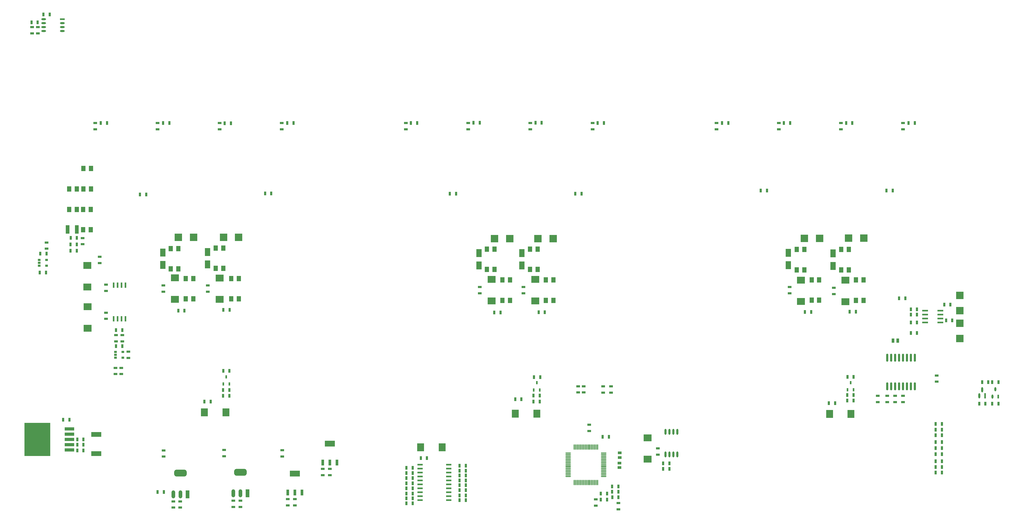
<source format=gbr>
%TF.GenerationSoftware,Altium Limited,Altium Designer,26.1.1 (7)*%
G04 Layer_Color=128*
%FSLAX43Y43*%
%MOMM*%
%TF.SameCoordinates,F910D8A4-5627-44EB-A571-6FFAAA827985*%
%TF.FilePolarity,Positive*%
%TF.FileFunction,Paste,Bot*%
%TF.Part,Single*%
G01*
G75*
%TA.AperFunction,SMDPad,CuDef*%
%ADD12R,0.800X1.250*%
%ADD13R,1.250X0.800*%
%ADD56R,0.600X1.800*%
G04:AMPARAMS|DCode=57|XSize=2.2mm|YSize=4mm|CornerRadius=0.649mm|HoleSize=0mm|Usage=FLASHONLY|Rotation=90.000|XOffset=0mm|YOffset=0mm|HoleType=Round|Shape=RoundedRectangle|*
%AMROUNDEDRECTD57*
21,1,2.200,2.702,0,0,90.0*
21,1,0.902,4.000,0,0,90.0*
1,1,1.298,1.351,0.451*
1,1,1.298,1.351,-0.451*
1,1,1.298,-1.351,-0.451*
1,1,1.298,-1.351,0.451*
%
%ADD57ROUNDEDRECTD57*%
G04:AMPARAMS|DCode=58|XSize=2.6mm|YSize=1.2mm|CornerRadius=0.6mm|HoleSize=0mm|Usage=FLASHONLY|Rotation=90.000|XOffset=0mm|YOffset=0mm|HoleType=Round|Shape=RoundedRectangle|*
%AMROUNDEDRECTD58*
21,1,2.600,0.000,0,0,90.0*
21,1,1.400,1.200,0,0,90.0*
1,1,1.200,0.000,0.700*
1,1,1.200,0.000,-0.700*
1,1,1.200,0.000,-0.700*
1,1,1.200,0.000,0.700*
%
%ADD58ROUNDEDRECTD58*%
%ADD59R,1.200X2.600*%
%ADD60R,2.400X2.400*%
%ADD61O,0.650X1.900*%
%ADD62R,1.788X0.312*%
G04:AMPARAMS|DCode=63|XSize=1.788mm|YSize=0.312mm|CornerRadius=0.156mm|HoleSize=0mm|Usage=FLASHONLY|Rotation=180.000|XOffset=0mm|YOffset=0mm|HoleType=Round|Shape=RoundedRectangle|*
%AMROUNDEDRECTD63*
21,1,1.788,0.000,0,0,180.0*
21,1,1.476,0.312,0,0,180.0*
1,1,0.312,-0.738,0.000*
1,1,0.312,0.738,0.000*
1,1,0.312,0.738,0.000*
1,1,0.312,-0.738,0.000*
%
%ADD63ROUNDEDRECTD63*%
G04:AMPARAMS|DCode=64|XSize=0.312mm|YSize=1.788mm|CornerRadius=0.156mm|HoleSize=0mm|Usage=FLASHONLY|Rotation=180.000|XOffset=0mm|YOffset=0mm|HoleType=Round|Shape=RoundedRectangle|*
%AMROUNDEDRECTD64*
21,1,0.312,1.476,0,0,180.0*
21,1,0.000,1.788,0,0,180.0*
1,1,0.312,0.000,0.738*
1,1,0.312,0.000,0.738*
1,1,0.312,0.000,-0.738*
1,1,0.312,0.000,-0.738*
%
%ADD64ROUNDEDRECTD64*%
%ADD65R,1.262X0.958*%
%ADD66R,2.500X2.200*%
G04:AMPARAMS|DCode=67|XSize=0.55mm|YSize=1.7mm|CornerRadius=0.05mm|HoleSize=0mm|Usage=FLASHONLY|Rotation=90.000|XOffset=0mm|YOffset=0mm|HoleType=Round|Shape=RoundedRectangle|*
%AMROUNDEDRECTD67*
21,1,0.550,1.601,0,0,90.0*
21,1,0.451,1.700,0,0,90.0*
1,1,0.099,0.800,0.226*
1,1,0.099,0.800,-0.226*
1,1,0.099,-0.800,-0.226*
1,1,0.099,-0.800,0.226*
%
%ADD67ROUNDEDRECTD67*%
%ADD68R,2.200X2.500*%
%ADD69R,0.616X1.308*%
G04:AMPARAMS|DCode=70|XSize=1.308mm|YSize=0.616mm|CornerRadius=0.308mm|HoleSize=0mm|Usage=FLASHONLY|Rotation=90.000|XOffset=0mm|YOffset=0mm|HoleType=Round|Shape=RoundedRectangle|*
%AMROUNDEDRECTD70*
21,1,1.308,0.000,0,0,90.0*
21,1,0.692,0.616,0,0,90.0*
1,1,0.616,0.000,0.346*
1,1,0.616,0.000,-0.346*
1,1,0.616,0.000,-0.346*
1,1,0.616,0.000,0.346*
%
%ADD70ROUNDEDRECTD70*%
G04:AMPARAMS|DCode=71|XSize=1.655mm|YSize=0.602mm|CornerRadius=0.301mm|HoleSize=0mm|Usage=FLASHONLY|Rotation=90.000|XOffset=0mm|YOffset=0mm|HoleType=Round|Shape=RoundedRectangle|*
%AMROUNDEDRECTD71*
21,1,1.655,0.000,0,0,90.0*
21,1,1.053,0.602,0,0,90.0*
1,1,0.602,0.000,0.526*
1,1,0.602,0.000,-0.526*
1,1,0.602,0.000,-0.526*
1,1,0.602,0.000,0.526*
%
%ADD71ROUNDEDRECTD71*%
%ADD72R,0.602X1.655*%
%ADD73R,0.900X0.650*%
%ADD74R,1.205X2.706*%
%ADD75R,3.050X1.016*%
%ADD76R,8.380X10.660*%
%ADD77R,3.200X1.520*%
%ADD78R,0.600X1.050*%
%ADD79R,1.700X2.500*%
%ADD80R,1.450X1.800*%
%ADD81O,1.500X0.600*%
%ADD82R,1.500X0.600*%
%ADD83R,0.950X1.900*%
%ADD84R,3.250X1.900*%
%ADD85R,0.950X1.350*%
%ADD86O,0.700X2.600*%
%ADD87R,2.400X2.400*%
%ADD88R,1.980X0.530*%
D12*
X286452Y127004D02*
D03*
X288452D02*
D03*
X246320D02*
D03*
X248320D02*
D03*
X226406D02*
D03*
X228406D02*
D03*
X186376Y127010D02*
D03*
X188376D02*
D03*
X166361Y127061D02*
D03*
X168361D02*
D03*
X146422D02*
D03*
X148422D02*
D03*
X126279Y127036D02*
D03*
X128279D02*
D03*
X86439Y127004D02*
D03*
X88439D02*
D03*
X187386Y5700D02*
D03*
X189386D02*
D03*
X189385Y7600D02*
D03*
X187385D02*
D03*
X46700Y8105D02*
D03*
X44700D02*
D03*
X209475Y15574D02*
D03*
X207475D02*
D03*
X189977Y25942D02*
D03*
X187977D02*
D03*
X124820Y4522D02*
D03*
X126820D02*
D03*
Y6077D02*
D03*
X124820D02*
D03*
X126820Y7622D02*
D03*
X124820D02*
D03*
X141896Y11827D02*
D03*
X143896D02*
D03*
X141896Y10317D02*
D03*
X143896D02*
D03*
X141896Y13457D02*
D03*
X143896D02*
D03*
X126820Y10932D02*
D03*
X124820D02*
D03*
X126820Y9292D02*
D03*
X124820D02*
D03*
X141896Y16602D02*
D03*
X143896D02*
D03*
X141896Y15002D02*
D03*
X143896D02*
D03*
X126820Y12577D02*
D03*
X124820D02*
D03*
X126820Y15886D02*
D03*
X124820D02*
D03*
X126820Y14267D02*
D03*
X124820D02*
D03*
X129421Y19077D02*
D03*
X131421D02*
D03*
X141896Y7057D02*
D03*
X143896D02*
D03*
X141896Y5512D02*
D03*
X143896D02*
D03*
X141896Y8727D02*
D03*
X143896D02*
D03*
X309174Y36600D02*
D03*
X311174D02*
D03*
X20848Y25040D02*
D03*
X18848D02*
D03*
Y21476D02*
D03*
X20848D02*
D03*
X20848Y23338D02*
D03*
X18848D02*
D03*
X16327Y31440D02*
D03*
X14327D02*
D03*
X16700Y85825D02*
D03*
X18700D02*
D03*
X16723Y87913D02*
D03*
X18723D02*
D03*
X16725Y89975D02*
D03*
X18725D02*
D03*
X39075Y103998D02*
D03*
X41075D02*
D03*
X53366Y66531D02*
D03*
X51366D02*
D03*
X61796Y37253D02*
D03*
X59796D02*
D03*
X67876Y66811D02*
D03*
X65876D02*
D03*
X81299Y104276D02*
D03*
X79299D02*
D03*
X67784Y41004D02*
D03*
X65784D02*
D03*
X65834Y47150D02*
D03*
X67834D02*
D03*
X65784Y39083D02*
D03*
X67784D02*
D03*
X269457Y66204D02*
D03*
X267457D02*
D03*
X262812Y36734D02*
D03*
X260812D02*
D03*
X253087Y66164D02*
D03*
X255087D02*
D03*
X238852Y105268D02*
D03*
X240852D02*
D03*
X266724Y39333D02*
D03*
X268724D02*
D03*
X281340Y105243D02*
D03*
X279340D02*
D03*
X268724Y37631D02*
D03*
X266724D02*
D03*
X268759Y45175D02*
D03*
X266759D02*
D03*
X8002Y161979D02*
D03*
X10002D02*
D03*
X8798Y78817D02*
D03*
X6798D02*
D03*
X6976Y84922D02*
D03*
X8976D02*
D03*
X193040Y8235D02*
D03*
X191040D02*
D03*
X191025Y9896D02*
D03*
X193025D02*
D03*
X191064Y6465D02*
D03*
X193064D02*
D03*
X68310Y126934D02*
D03*
X66310D02*
D03*
X48498Y127004D02*
D03*
X46498D02*
D03*
X28432Y127036D02*
D03*
X26432D02*
D03*
X4116Y159392D02*
D03*
X6116D02*
D03*
X268335Y127004D02*
D03*
X266335D02*
D03*
X312099Y43521D02*
D03*
X310099D02*
D03*
X159811Y38030D02*
D03*
X161811D02*
D03*
X167709Y39173D02*
D03*
X165709D02*
D03*
Y37268D02*
D03*
X167709D02*
D03*
X165862Y45142D02*
D03*
X167862D02*
D03*
X209475Y17350D02*
D03*
X207475D02*
D03*
X181179Y104257D02*
D03*
X179179D02*
D03*
X33365Y55148D02*
D03*
X31365D02*
D03*
X33365Y60305D02*
D03*
X31365D02*
D03*
X295150Y16193D02*
D03*
X297150D02*
D03*
X295150Y14425D02*
D03*
X297150D02*
D03*
Y24189D02*
D03*
X295150D02*
D03*
X295150Y22252D02*
D03*
X297150D02*
D03*
X295150Y20348D02*
D03*
X297150D02*
D03*
Y18025D02*
D03*
X295150D02*
D03*
X295161Y28224D02*
D03*
X297161D02*
D03*
X297161Y30054D02*
D03*
X295161D02*
D03*
X295161Y26425D02*
D03*
X297161D02*
D03*
X297916Y68507D02*
D03*
X299916D02*
D03*
X300516Y63437D02*
D03*
X298516D02*
D03*
X289176Y66982D02*
D03*
X287176D02*
D03*
X289176Y65252D02*
D03*
X287176D02*
D03*
Y62712D02*
D03*
X289176D02*
D03*
X287176Y59367D02*
D03*
X289176D02*
D03*
X285396Y70487D02*
D03*
X283396D02*
D03*
X138775Y104257D02*
D03*
X140775D02*
D03*
X169353Y66050D02*
D03*
X167353D02*
D03*
X155073Y65950D02*
D03*
X153073D02*
D03*
X313374Y43521D02*
D03*
X315374D02*
D03*
X313374Y36600D02*
D03*
X315374D02*
D03*
D13*
X185800Y3750D02*
D03*
Y5750D02*
D03*
X181871Y42193D02*
D03*
Y40193D02*
D03*
X180081D02*
D03*
Y42193D02*
D03*
X188161Y42127D02*
D03*
Y40127D02*
D03*
X190701D02*
D03*
Y42127D02*
D03*
X183684Y29787D02*
D03*
Y27787D02*
D03*
X28125Y74900D02*
D03*
Y72900D02*
D03*
X8975Y88512D02*
D03*
Y86512D02*
D03*
X100150Y13550D02*
D03*
Y15550D02*
D03*
X69060Y3333D02*
D03*
Y5333D02*
D03*
X26094Y83900D02*
D03*
Y81900D02*
D03*
X20550Y89950D02*
D03*
Y87950D02*
D03*
X66150Y19681D02*
D03*
Y21681D02*
D03*
X71350Y3333D02*
D03*
Y5333D02*
D03*
X28150Y63900D02*
D03*
Y65900D02*
D03*
X46599Y72645D02*
D03*
Y74645D02*
D03*
X60857D02*
D03*
Y72645D02*
D03*
X262418Y71894D02*
D03*
Y73894D02*
D03*
X248127Y74135D02*
D03*
Y72135D02*
D03*
X193040Y2550D02*
D03*
Y4550D02*
D03*
X144666Y125004D02*
D03*
Y127004D02*
D03*
X124638Y125004D02*
D03*
Y127004D02*
D03*
X244666Y125004D02*
D03*
Y127004D02*
D03*
X164666Y125004D02*
D03*
Y127004D02*
D03*
X184709Y125004D02*
D03*
Y127004D02*
D03*
X224663Y125004D02*
D03*
Y127004D02*
D03*
X284633Y125004D02*
D03*
Y127004D02*
D03*
X264666Y125004D02*
D03*
Y127004D02*
D03*
X24638Y125004D02*
D03*
Y127004D02*
D03*
X44666Y125004D02*
D03*
Y127004D02*
D03*
X84666Y125004D02*
D03*
Y127004D02*
D03*
X64666Y125004D02*
D03*
Y127004D02*
D03*
X4354Y157874D02*
D03*
Y155874D02*
D03*
X6183Y157874D02*
D03*
Y155874D02*
D03*
X205725Y20175D02*
D03*
Y22175D02*
D03*
X84800Y19575D02*
D03*
Y21575D02*
D03*
X32995Y46105D02*
D03*
Y48105D02*
D03*
X33375Y56675D02*
D03*
Y58675D02*
D03*
X31365Y56675D02*
D03*
Y58675D02*
D03*
X31185Y48105D02*
D03*
Y46105D02*
D03*
X35293Y53325D02*
D03*
Y51325D02*
D03*
X282095Y39078D02*
D03*
Y37078D02*
D03*
X276520D02*
D03*
Y39078D02*
D03*
X279555Y37078D02*
D03*
Y39078D02*
D03*
X284635D02*
D03*
Y37078D02*
D03*
X162503Y74141D02*
D03*
Y72141D02*
D03*
X148427Y72140D02*
D03*
Y74140D02*
D03*
X295483Y43648D02*
D03*
Y45648D02*
D03*
X86625Y5825D02*
D03*
Y3825D02*
D03*
X49771Y5100D02*
D03*
Y3100D02*
D03*
X88925Y5825D02*
D03*
Y3825D02*
D03*
X97850Y13550D02*
D03*
Y15550D02*
D03*
X46661Y21525D02*
D03*
Y19525D02*
D03*
X52011Y5100D02*
D03*
Y3100D02*
D03*
D56*
X30545Y74800D02*
D03*
X31815D02*
D03*
X33085D02*
D03*
X34355D02*
D03*
Y63900D02*
D03*
X33085D02*
D03*
X31815D02*
D03*
X30545D02*
D03*
D57*
X52060Y14195D02*
D03*
X71350Y14477D02*
D03*
D58*
X49770Y7405D02*
D03*
X52060D02*
D03*
X69060Y7687D02*
D03*
X71350D02*
D03*
D59*
X54350Y7405D02*
D03*
X73640Y7687D02*
D03*
D60*
X172034Y89771D02*
D03*
X167153D02*
D03*
X267167Y89904D02*
D03*
X272048D02*
D03*
X252927Y89864D02*
D03*
X257808D02*
D03*
X70797Y90131D02*
D03*
X65916D02*
D03*
X56317D02*
D03*
X51436D02*
D03*
X153193Y89761D02*
D03*
X158074D02*
D03*
D61*
X212030Y20225D02*
D03*
X210760D02*
D03*
X209490D02*
D03*
X208220D02*
D03*
X212030Y27525D02*
D03*
X210760D02*
D03*
X209490D02*
D03*
X208220D02*
D03*
D62*
X188292Y20631D02*
D03*
D63*
Y20131D02*
D03*
Y19631D02*
D03*
Y19131D02*
D03*
Y18631D02*
D03*
Y18131D02*
D03*
Y17631D02*
D03*
Y17131D02*
D03*
Y16631D02*
D03*
Y16131D02*
D03*
Y15631D02*
D03*
Y15131D02*
D03*
Y14631D02*
D03*
Y14131D02*
D03*
Y13631D02*
D03*
Y13131D02*
D03*
X176910D02*
D03*
Y13631D02*
D03*
Y14131D02*
D03*
Y14631D02*
D03*
Y15131D02*
D03*
Y15631D02*
D03*
Y16131D02*
D03*
Y16631D02*
D03*
Y17131D02*
D03*
Y17631D02*
D03*
Y18131D02*
D03*
Y18631D02*
D03*
Y19131D02*
D03*
Y19631D02*
D03*
Y20131D02*
D03*
Y20631D02*
D03*
D64*
X186351Y11190D02*
D03*
X185851D02*
D03*
X185351D02*
D03*
X184851D02*
D03*
X184351D02*
D03*
X183851D02*
D03*
X183351D02*
D03*
X182851D02*
D03*
X182351D02*
D03*
X181851D02*
D03*
X181351D02*
D03*
X180851D02*
D03*
X180351D02*
D03*
X179851D02*
D03*
X179351D02*
D03*
X178851D02*
D03*
Y22573D02*
D03*
X179351D02*
D03*
X179851D02*
D03*
X180351D02*
D03*
X180851D02*
D03*
X181351D02*
D03*
X181851D02*
D03*
X182351D02*
D03*
X182851D02*
D03*
X183351D02*
D03*
X183851D02*
D03*
X184351D02*
D03*
X184851D02*
D03*
X185351D02*
D03*
X185851D02*
D03*
X186351D02*
D03*
D65*
X193414Y16015D02*
D03*
Y17469D02*
D03*
X193447Y20702D02*
D03*
Y19248D02*
D03*
D66*
X22125Y74200D02*
D03*
Y81100D02*
D03*
X22225Y67788D02*
D03*
Y60888D02*
D03*
X64686Y70181D02*
D03*
Y77081D02*
D03*
X50321Y77095D02*
D03*
Y70195D02*
D03*
X251787Y76374D02*
D03*
Y69474D02*
D03*
X266088Y69444D02*
D03*
Y76344D02*
D03*
X202400Y18700D02*
D03*
Y25600D02*
D03*
X166273Y76591D02*
D03*
Y69691D02*
D03*
X152193Y76591D02*
D03*
Y69691D02*
D03*
D67*
X138471Y16942D02*
D03*
Y15672D02*
D03*
Y14402D02*
D03*
Y13132D02*
D03*
Y11862D02*
D03*
Y10592D02*
D03*
Y9322D02*
D03*
Y8052D02*
D03*
Y6782D02*
D03*
Y5512D02*
D03*
X129171Y16942D02*
D03*
Y15672D02*
D03*
Y14402D02*
D03*
Y13132D02*
D03*
Y11862D02*
D03*
Y10592D02*
D03*
Y9322D02*
D03*
Y8052D02*
D03*
Y6782D02*
D03*
Y5512D02*
D03*
D68*
X129400Y22500D02*
D03*
X136300D02*
D03*
X59796Y33818D02*
D03*
X66696D02*
D03*
X260989Y33233D02*
D03*
X267889D02*
D03*
X159875Y33350D02*
D03*
X166775D02*
D03*
D69*
X315324Y38850D02*
D03*
D70*
X313424D02*
D03*
X314374Y41200D02*
D03*
D71*
X310149Y41050D02*
D03*
X309199Y39100D02*
D03*
D72*
X311099D02*
D03*
D73*
X6598Y81000D02*
D03*
Y81950D02*
D03*
Y82900D02*
D03*
X8998D02*
D03*
Y81000D02*
D03*
X31165Y52325D02*
D03*
X33565Y51375D02*
D03*
Y53275D02*
D03*
X31165D02*
D03*
Y51375D02*
D03*
D74*
X15774Y92675D02*
D03*
X18676D02*
D03*
D75*
X16335Y21636D02*
D03*
Y23338D02*
D03*
Y25040D02*
D03*
Y26742D02*
D03*
Y28444D02*
D03*
D76*
X6030Y25040D02*
D03*
D77*
X25004Y20481D02*
D03*
Y26691D02*
D03*
D78*
X66834Y45214D02*
D03*
X65884Y42914D02*
D03*
X67784D02*
D03*
X268725Y41053D02*
D03*
X266825D02*
D03*
X267775Y43353D02*
D03*
X166760Y43320D02*
D03*
X165810Y41020D02*
D03*
X167710D02*
D03*
D79*
X46406Y85261D02*
D03*
Y81261D02*
D03*
X60816Y81445D02*
D03*
Y85445D02*
D03*
X247730Y81204D02*
D03*
Y85204D02*
D03*
X262107Y80965D02*
D03*
Y84965D02*
D03*
X161953Y81081D02*
D03*
Y85081D02*
D03*
X148143Y81081D02*
D03*
Y85081D02*
D03*
D80*
X63401Y80170D02*
D03*
Y86720D02*
D03*
X65851Y80170D02*
D03*
Y86720D02*
D03*
X51421Y86536D02*
D03*
Y79986D02*
D03*
X48971Y86536D02*
D03*
Y79986D02*
D03*
X53791Y70370D02*
D03*
Y76920D02*
D03*
X56241Y70370D02*
D03*
Y76920D02*
D03*
X70851Y76906D02*
D03*
Y70356D02*
D03*
X68401Y76906D02*
D03*
Y70356D02*
D03*
X252927Y86234D02*
D03*
Y79684D02*
D03*
X250477Y86234D02*
D03*
Y79684D02*
D03*
X255232Y69939D02*
D03*
Y76489D02*
D03*
X257682Y69939D02*
D03*
Y76489D02*
D03*
X264732Y79690D02*
D03*
Y86240D02*
D03*
X267182Y79690D02*
D03*
Y86240D02*
D03*
X271923Y76429D02*
D03*
Y69879D02*
D03*
X269473Y76429D02*
D03*
Y69879D02*
D03*
X20825Y105775D02*
D03*
Y112325D02*
D03*
X23275Y105775D02*
D03*
Y112325D02*
D03*
X16275Y99175D02*
D03*
Y105725D02*
D03*
X18725Y99175D02*
D03*
Y105725D02*
D03*
X20775Y92600D02*
D03*
Y99150D02*
D03*
X23225Y92600D02*
D03*
Y99150D02*
D03*
X169678Y69866D02*
D03*
Y76416D02*
D03*
X172128Y69866D02*
D03*
Y76416D02*
D03*
X167078Y86356D02*
D03*
Y79806D02*
D03*
X164628Y86356D02*
D03*
Y79806D02*
D03*
X158128Y76416D02*
D03*
Y69866D02*
D03*
X155678Y76416D02*
D03*
Y69866D02*
D03*
X153198Y86356D02*
D03*
Y79806D02*
D03*
X150748Y86356D02*
D03*
Y79806D02*
D03*
D81*
X8034Y160450D02*
D03*
X14034Y159180D02*
D03*
Y157910D02*
D03*
Y156640D02*
D03*
X8034Y159180D02*
D03*
Y157910D02*
D03*
Y156640D02*
D03*
D82*
X14034Y160450D02*
D03*
D83*
X86625Y7950D02*
D03*
X91225D02*
D03*
X88925D02*
D03*
X97850Y17625D02*
D03*
X102450D02*
D03*
X100150D02*
D03*
D84*
X88925Y14050D02*
D03*
X100150Y23725D02*
D03*
D85*
X282953Y56922D02*
D03*
X281453D02*
D03*
D86*
X288446Y42143D02*
D03*
X285906D02*
D03*
X284636D02*
D03*
X283366D02*
D03*
X282096D02*
D03*
X280826D02*
D03*
X288446Y51393D02*
D03*
X287176D02*
D03*
X285906D02*
D03*
X284636D02*
D03*
X283366D02*
D03*
X282096D02*
D03*
X280826D02*
D03*
X279556D02*
D03*
X287176Y42143D02*
D03*
X279556D02*
D03*
D87*
X302946Y71428D02*
D03*
Y66547D02*
D03*
Y57581D02*
D03*
Y62462D02*
D03*
D88*
X291781Y62712D02*
D03*
Y63982D02*
D03*
Y65252D02*
D03*
Y66522D02*
D03*
X296711D02*
D03*
Y65252D02*
D03*
Y63982D02*
D03*
Y62712D02*
D03*
%TF.MD5,ea90dcf3092fdc01d3acccc15286becb*%
M02*

</source>
